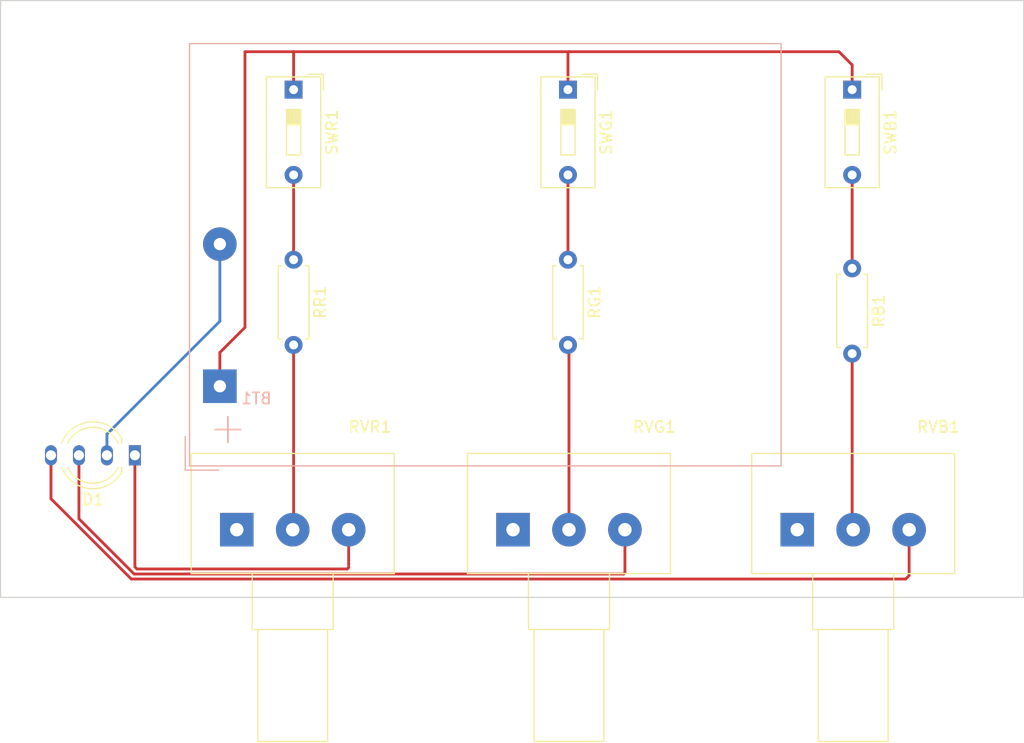
<source format=kicad_pcb>
(kicad_pcb (version 20240108) (generator "pcbnew") (generator_version "8.0")
  (layers (0 "F.Cu" signal) (31 "B.Cu" signal) (34 "B.Paste" user) (35 "F.Paste" user) (36 "B.SilkS" user "B.Silkscreen") (37 "F.SilkS" user "F.Silkscreen") (38 "B.Mask" user) (39 "F.Mask" user) (44 "Edge.Cuts" user))
  (net 0 "")
  (net 1 "Net-(BT1-Pad1)")
  (net 2 "GND")
  (net 3 "Net-(D1-Pad1)")
  (net 4 "Net-(D1-Pad2)")
  (net 5 "Net-(D1-Pad3)")
  (net 6 "Net-(RB1-Pad1)")
  (net 7 "Net-(RB1-Pad2)")
  (net 8 "Net-(RG1-Pad1)")
  (net 9 "Net-(RG1-Pad2)")
  (net 10 "Net-(RR1-Pad1)")
  (net 11 "Net-(RR1-Pad2)")
  (footprint "Resistor_THT:R_Axial_DIN0207_L6.3mm_D2.5mm_P7.62mm_Horizontal" (layer "F.Cu") (at 104.93 71.420004 -90)
    (property "Reference" "RR1" (at 3.81 -2.37 90) (layer "F.SilkS"))
    (property "Value" "120 Ohm")
    (fp_line (start 0.54 1.37) (end 7.08 1.37) (stroke (width 0.12)) (layer "F.SilkS"))
    (fp_line (start 7.08 1.37) (end 7.08 1.04) (stroke (width 0.12)) (layer "F.SilkS"))
    (fp_line (start 0.54 1.04) (end 0.54 1.37) (stroke (width 0.12)) (layer "F.SilkS"))
    (fp_line (start 0.54 -1.04) (end 0.54 -1.37) (stroke (width 0.12)) (layer "F.SilkS"))
    (fp_line (start 0.54 -1.37) (end 7.08 -1.37) (stroke (width 0.12)) (layer "F.SilkS"))
    (fp_line (start 7.08 -1.37) (end 7.08 -1.04) (stroke (width 0.12)) (layer "F.SilkS"))
    (pad "1" thru_hole circle (at 0 0 270) (size 1.6 1.6) (drill 0.8) (layers "*.Cu" "*.Mask") (net 10 "Net-(RR1-Pad1)"))
    (pad "2" thru_hole oval (at 7.62 0 270) (size 1.6 1.6) (drill 0.8) (layers "*.Cu" "*.Mask") (net 11 "Net-(RR1-Pad2)"))
  )
  (footprint "Potentiometer_THT:Potentiometer_Alps_RK163_Single_Horizontal" (layer "F.Cu") (at 149.94 95.55 90)
    (property "Reference" "RVB1" (at 9.19 12.62 180) (layer "F.SilkS"))
    (property "Value" "10k Ohm")
    (fp_line (start 6.82 -4.07) (end -3.92 -4.07) (stroke (width 0.12)) (layer "F.SilkS"))
    (fp_line (start -3.92 1.38) (end -8.92 1.38) (stroke (width 0.12)) (layer "F.SilkS"))
    (fp_line (start -8.92 1.88) (end -18.92 1.88) (stroke (width 0.12)) (layer "F.SilkS"))
    (fp_line (start -8.92 8.12) (end -18.92 8.12) (stroke (width 0.12)) (layer "F.SilkS"))
    (fp_line (start -18.92 8.12) (end -18.92 1.88) (stroke (width 0.12)) (layer "F.SilkS"))
    (fp_line (start -3.92 8.62) (end -8.92 8.62) (stroke (width 0.12)) (layer "F.SilkS"))
    (fp_line (start -8.92 8.62) (end -8.92 1.38) (stroke (width 0.12)) (layer "F.SilkS"))
    (fp_line (start 6.82 14.07) (end 6.82 -4.07) (stroke (width 0.12)) (layer "F.SilkS"))
    (fp_line (start 6.82 14.07) (end -3.92 14.07) (stroke (width 0.12)) (layer "F.SilkS"))
    (fp_line (start -3.92 14.07) (end -3.92 -4.07) (stroke (width 0.12)) (layer "F.SilkS"))
    (pad "1" thru_hole rect (at 0 0 270) (size 3 3) (drill 1.2) (layers "*.Cu" "*.Mask"))
    (pad "2" thru_hole circle (at 0 5 270) (size 3 3) (drill 1.2) (layers "*.Cu" "*.Mask") (net 7 "Net-(RB1-Pad2)"))
    (pad "3" thru_hole circle (at 0 10 270) (size 3 3) (drill 1.2) (layers "*.Cu" "*.Mask") (net 5 "Net-(D1-Pad3)"))
  )
  (footprint "Potentiometer_THT:Potentiometer_Alps_RK163_Single_Horizontal" (layer "F.Cu") (at 124.54 95.55 90)
    (property "Reference" "RVG1" (at 9.19 12.62 180) (layer "F.SilkS"))
    (property "Value" "10k Ohm")
    (fp_line (start 6.82 -4.07) (end -3.92 -4.07) (stroke (width 0.12)) (layer "F.SilkS"))
    (fp_line (start -3.92 1.38) (end -8.92 1.38) (stroke (width 0.12)) (layer "F.SilkS"))
    (fp_line (start -8.92 1.88) (end -18.92 1.88) (stroke (width 0.12)) (layer "F.SilkS"))
    (fp_line (start -8.92 8.12) (end -18.92 8.12) (stroke (width 0.12)) (layer "F.SilkS"))
    (fp_line (start -18.92 8.12) (end -18.92 1.88) (stroke (width 0.12)) (layer "F.SilkS"))
    (fp_line (start -3.92 8.62) (end -8.92 8.62) (stroke (width 0.12)) (layer "F.SilkS"))
    (fp_line (start -8.92 8.62) (end -8.92 1.38) (stroke (width 0.12)) (layer "F.SilkS"))
    (fp_line (start 6.82 14.07) (end 6.82 -4.07) (stroke (width 0.12)) (layer "F.SilkS"))
    (fp_line (start 6.82 14.07) (end -3.92 14.07) (stroke (width 0.12)) (layer "F.SilkS"))
    (fp_line (start -3.92 14.07) (end -3.92 -4.07) (stroke (width 0.12)) (layer "F.SilkS"))
    (pad "1" thru_hole rect (at 0 0 270) (size 3 3) (drill 1.2) (layers "*.Cu" "*.Mask"))
    (pad "2" thru_hole circle (at 0 5 270) (size 3 3) (drill 1.2) (layers "*.Cu" "*.Mask") (net 9 "Net-(RG1-Pad2)"))
    (pad "3" thru_hole circle (at 0 10 270) (size 3 3) (drill 1.2) (layers "*.Cu" "*.Mask") (net 4 "Net-(D1-Pad2)"))
  )
  (footprint "MountingHole:MountingHole_2.1mm" (layer "F.Cu") (at 167.64 50.8)
    (property "Reference" "REF**" (hide yes))
    (property "Value" "MountingHole_2.1mm" (hide yes))
    (pad "" np_thru_hole circle (at 0 0) (size 2.1 2.1) (drill 2.1) (layers "*.Cu" "*.Mask"))
  )
  (footprint "Leds:LED_D10.0mm-4_RGB" (layer "F.Cu") (at 88.9 88.9 180)
    (property "Reference" "D1" (at 1.905 -3.96 0) (layer "F.SilkS"))
    (property "Value" "LED_RGBK")
    (fp_line (start -0.655 1.08) (end -0.655 1.545) (stroke (width 0.12)) (layer "F.SilkS"))
    (fp_line (start -0.655 -1.545) (end -0.655 -1.08) (stroke (width 0.12)) (layer "F.SilkS"))
    (fp_arc (start 4.692815 1.080827) (mid 2.163456 2.978808) (end -0.655 1.54483) (stroke (width 0.12)) (layer "F.SilkS"))
    (fp_arc (start 4.159479 1.080429) (mid 1.904762 2.5) (end -0.349684 1.08) (stroke (width 0.12)) (layer "F.SilkS"))
    (fp_arc (start -0.349684 -1.08) (mid 1.904762 -2.5) (end 4.159479 -1.080429) (stroke (width 0.12)) (layer "F.SilkS"))
    (fp_arc (start -0.655 -1.54483) (mid 2.163456 -2.978809) (end 4.692815 -1.080827) (stroke (width 0.12)) (layer "F.SilkS"))
    (pad "1" thru_hole rect (at -1.845 0 180) (size 1.07 1.8) (drill 0.9) (layers "*.Cu" "*.Mask") (net 3 "Net-(D1-Pad1)"))
    (pad "2" thru_hole oval (at 0.655 0 180) (size 1.07 1.8) (drill 0.9) (layers "*.Cu" "*.Mask") (net 2 "GND"))
    (pad "3" thru_hole oval (at 3.155 0 180) (size 1.07 1.8) (drill 0.9) (layers "*.Cu" "*.Mask") (net 4 "Net-(D1-Pad2)"))
    (pad "4" thru_hole oval (at 5.655 0 180) (size 1.07 1.8) (drill 0.9) (layers "*.Cu" "*.Mask") (net 5 "Net-(D1-Pad3)"))
  )
  (footprint "Potentiometer_THT:Potentiometer_Alps_RK163_Single_Horizontal" (layer "F.Cu") (at 99.85 95.550004 90)
    (property "Reference" "RVR1" (at 9.190004 11.91 180) (layer "F.SilkS"))
    (property "Value" "10k Ohm")
    (fp_line (start 6.82 -4.07) (end -3.92 -4.07) (stroke (width 0.12)) (layer "F.SilkS"))
    (fp_line (start -3.92 1.38) (end -8.92 1.38) (stroke (width 0.12)) (layer "F.SilkS"))
    (fp_line (start -8.92 1.88) (end -18.92 1.88) (stroke (width 0.12)) (layer "F.SilkS"))
    (fp_line (start -8.92 8.12) (end -18.92 8.12) (stroke (width 0.12)) (layer "F.SilkS"))
    (fp_line (start -18.92 8.12) (end -18.92 1.88) (stroke (width 0.12)) (layer "F.SilkS"))
    (fp_line (start -3.92 8.62) (end -8.92 8.62) (stroke (width 0.12)) (layer "F.SilkS"))
    (fp_line (start -8.92 8.62) (end -8.92 1.38) (stroke (width 0.12)) (layer "F.SilkS"))
    (fp_line (start 6.82 14.07) (end 6.82 -4.07) (stroke (width 0.12)) (layer "F.SilkS"))
    (fp_line (start 6.82 14.07) (end -3.92 14.07) (stroke (width 0.12)) (layer "F.SilkS"))
    (fp_line (start -3.92 14.07) (end -3.92 -4.07) (stroke (width 0.12)) (layer "F.SilkS"))
    (pad "1" thru_hole rect (at 0 0 270) (size 3 3) (drill 1.2) (layers "*.Cu" "*.Mask"))
    (pad "2" thru_hole circle (at 0 5 270) (size 3 3) (drill 1.2) (layers "*.Cu" "*.Mask") (net 11 "Net-(RR1-Pad2)"))
    (pad "3" thru_hole circle (at 0 10 270) (size 3 3) (drill 1.2) (layers "*.Cu" "*.Mask") (net 3 "Net-(D1-Pad1)"))
  )
  (footprint "Button_Switch_THT:SW_DIP_SPSTx01_Slide_9.78x4.72mm_W7.62mm_P2.54mm" (layer "F.Cu") (at 154.85 56.222504 -90)
    (property "Reference" "SWB1" (at 3.81 -3.42 90) (layer "F.SilkS"))
    (property "Value" "SW_SPST")
    (fp_line (start -1.14 2.42) (end 8.76 2.42) (stroke (width 0.12)) (layer "F.SilkS"))
    (fp_line (start 1.78 0.635) (end 5.84 0.635) (stroke (width 0.12)) (layer "F.SilkS"))
    (fp_line (start 5.84 0.635) (end 5.84 -0.635) (stroke (width 0.12)) (layer "F.SilkS"))
    (fp_line (start 1.78 0.565) (end 3.133333 0.565) (stroke (width 0.12)) (layer "F.SilkS"))
    (fp_line (start 1.78 0.445) (end 3.133333 0.445) (stroke (width 0.12)) (layer "F.SilkS"))
    (fp_line (start 1.78 0.325) (end 3.133333 0.325) (stroke (width 0.12)) (layer "F.SilkS"))
    (fp_line (start 1.78 0.205) (end 3.133333 0.205) (stroke (width 0.12)) (layer "F.SilkS"))
    (fp_line (start 1.78 0.085) (end 3.133333 0.085) (stroke (width 0.12)) (layer "F.SilkS"))
    (fp_line (start 1.78 -0.035) (end 3.133333 -0.035) (stroke (width 0.12)) (layer "F.SilkS"))
    (fp_line (start 1.78 -0.155) (end 3.133333 -0.155) (stroke (width 0.12)) (layer "F.SilkS"))
    (fp_line (start 1.78 -0.275) (end 3.133333 -0.275) (stroke (width 0.12)) (layer "F.SilkS"))
    (fp_line (start 1.78 -0.395) (end 3.133333 -0.395) (stroke (width 0.12)) (layer "F.SilkS"))
    (fp_line (start 1.78 -0.515) (end 3.133333 -0.515) (stroke (width 0.12)) (layer "F.SilkS"))
    (fp_line (start 1.78 -0.635) (end 1.78 0.635) (stroke (width 0.12)) (layer "F.SilkS"))
    (fp_line (start 3.133333 -0.635) (end 3.133333 0.635) (stroke (width 0.12)) (layer "F.SilkS"))
    (fp_line (start 5.84 -0.635) (end 1.78 -0.635) (stroke (width 0.12)) (layer "F.SilkS"))
    (fp_line (start -1.14 -2.42) (end -1.14 2.42) (stroke (width 0.12)) (layer "F.SilkS"))
    (fp_line (start -1.14 -2.42) (end 8.76 -2.42) (stroke (width 0.12)) (layer "F.SilkS"))
    (fp_line (start 8.76 -2.42) (end 8.76 2.42) (stroke (width 0.12)) (layer "F.SilkS"))
    (fp_line (start -1.38 -2.66) (end -1.38 -1.277) (stroke (width 0.12)) (layer "F.SilkS"))
    (fp_line (start -1.38 -2.66) (end 0.004 -2.66) (stroke (width 0.12)) (layer "F.SilkS"))
    (pad "1" thru_hole rect (at 0 0 270) (size 1.6 1.6) (drill 0.8) (layers "*.Cu" "*.Mask") (net 1 "Net-(BT1-Pad1)"))
    (pad "2" thru_hole oval (at 7.62 0 270) (size 1.6 1.6) (drill 0.8) (layers "*.Cu" "*.Mask") (net 6 "Net-(RB1-Pad1)"))
  )
  (footprint "Button_Switch_THT:SW_DIP_SPSTx01_Slide_9.78x4.72mm_W7.62mm_P2.54mm" (layer "F.Cu") (at 129.45 56.222504 -90)
    (property "Reference" "SWG1" (at 3.81 -3.42 90) (layer "F.SilkS"))
    (property "Value" "SW_SPST")
    (fp_line (start -1.14 2.42) (end 8.76 2.42) (stroke (width 0.12)) (layer "F.SilkS"))
    (fp_line (start 1.78 0.635) (end 5.84 0.635) (stroke (width 0.12)) (layer "F.SilkS"))
    (fp_line (start 5.84 0.635) (end 5.84 -0.635) (stroke (width 0.12)) (layer "F.SilkS"))
    (fp_line (start 1.78 0.565) (end 3.133333 0.565) (stroke (width 0.12)) (layer "F.SilkS"))
    (fp_line (start 1.78 0.445) (end 3.133333 0.445) (stroke (width 0.12)) (layer "F.SilkS"))
    (fp_line (start 1.78 0.325) (end 3.133333 0.325) (stroke (width 0.12)) (layer "F.SilkS"))
    (fp_line (start 1.78 0.205) (end 3.133333 0.205) (stroke (width 0.12)) (layer "F.SilkS"))
    (fp_line (start 1.78 0.085) (end 3.133333 0.085) (stroke (width 0.12)) (layer "F.SilkS"))
    (fp_line (start 1.78 -0.035) (end 3.133333 -0.035) (stroke (width 0.12)) (layer "F.SilkS"))
    (fp_line (start 1.78 -0.155) (end 3.133333 -0.155) (stroke (width 0.12)) (layer "F.SilkS"))
    (fp_line (start 1.78 -0.275) (end 3.133333 -0.275) (stroke (width 0.12)) (layer "F.SilkS"))
    (fp_line (start 1.78 -0.395) (end 3.133333 -0.395) (stroke (width 0.12)) (layer "F.SilkS"))
    (fp_line (start 1.78 -0.515) (end 3.133333 -0.515) (stroke (width 0.12)) (layer "F.SilkS"))
    (fp_line (start 1.78 -0.635) (end 1.78 0.635) (stroke (width 0.12)) (layer "F.SilkS"))
    (fp_line (start 3.133333 -0.635) (end 3.133333 0.635) (stroke (width 0.12)) (layer "F.SilkS"))
    (fp_line (start 5.84 -0.635) (end 1.78 -0.635) (stroke (width 0.12)) (layer "F.SilkS"))
    (fp_line (start -1.14 -2.42) (end -1.14 2.42) (stroke (width 0.12)) (layer "F.SilkS"))
    (fp_line (start -1.14 -2.42) (end 8.76 -2.42) (stroke (width 0.12)) (layer "F.SilkS"))
    (fp_line (start 8.76 -2.42) (end 8.76 2.42) (stroke (width 0.12)) (layer "F.SilkS"))
    (fp_line (start -1.38 -2.66) (end -1.38 -1.277) (stroke (width 0.12)) (layer "F.SilkS"))
    (fp_line (start -1.38 -2.66) (end 0.004 -2.66) (stroke (width 0.12)) (layer "F.SilkS"))
    (pad "1" thru_hole rect (at 0 0 270) (size 1.6 1.6) (drill 0.8) (layers "*.Cu" "*.Mask") (net 1 "Net-(BT1-Pad1)"))
    (pad "2" thru_hole oval (at 7.62 0 270) (size 1.6 1.6) (drill 0.8) (layers "*.Cu" "*.Mask") (net 8 "Net-(RG1-Pad1)"))
  )
  (footprint "MountingHole:MountingHole_2.1mm" (layer "F.Cu") (at 81.28 50.8)
    (property "Reference" "REF**" (hide yes))
    (property "Value" "MountingHole_2.1mm" (hide yes))
    (pad "" np_thru_hole circle (at 0 0) (size 2.1 2.1) (drill 2.1) (layers "*.Cu" "*.Mask"))
  )
  (footprint "MountingHole:MountingHole_2.1mm" (layer "F.Cu") (at 81.28 99.06)
    (property "Reference" "REF**" (hide yes))
    (property "Value" "MountingHole_2.1mm" (hide yes))
    (pad "" np_thru_hole circle (at 0 0) (size 2.1 2.1) (drill 2.1) (layers "*.Cu" "*.Mask"))
  )
  (footprint "Button_Switch_THT:SW_DIP_SPSTx01_Slide_9.78x4.72mm_W7.62mm_P2.54mm" (layer "F.Cu") (at 104.93 56.222504 -90)
    (property "Reference" "SWR1" (at 3.81 -3.42 90) (layer "F.SilkS"))
    (property "Value" "SW_SPST")
    (fp_line (start -1.14 2.42) (end 8.76 2.42) (stroke (width 0.12)) (layer "F.SilkS"))
    (fp_line (start 1.78 0.635) (end 5.84 0.635) (stroke (width 0.12)) (layer "F.SilkS"))
    (fp_line (start 5.84 0.635) (end 5.84 -0.635) (stroke (width 0.12)) (layer "F.SilkS"))
    (fp_line (start 1.78 0.565) (end 3.133333 0.565) (stroke (width 0.12)) (layer "F.SilkS"))
    (fp_line (start 1.78 0.445) (end 3.133333 0.445) (stroke (width 0.12)) (layer "F.SilkS"))
    (fp_line (start 1.78 0.325) (end 3.133333 0.325) (stroke (width 0.12)) (layer "F.SilkS"))
    (fp_line (start 1.78 0.205) (end 3.133333 0.205) (stroke (width 0.12)) (layer "F.SilkS"))
    (fp_line (start 1.78 0.085) (end 3.133333 0.085) (stroke (width 0.12)) (layer "F.SilkS"))
    (fp_line (start 1.78 -0.035) (end 3.133333 -0.035) (stroke (width 0.12)) (layer "F.SilkS"))
    (fp_line (start 1.78 -0.155) (end 3.133333 -0.155) (stroke (width 0.12)) (layer "F.SilkS"))
    (fp_line (start 1.78 -0.275) (end 3.133333 -0.275) (stroke (width 0.12)) (layer "F.SilkS"))
    (fp_line (start 1.78 -0.395) (end 3.133333 -0.395) (stroke (width 0.12)) (layer "F.SilkS"))
    (fp_line (start 1.78 -0.515) (end 3.133333 -0.515) (stroke (width 0.12)) (layer "F.SilkS"))
    (fp_line (start 1.78 -0.635) (end 1.78 0.635) (stroke (width 0.12)) (layer "F.SilkS"))
    (fp_line (start 3.133333 -0.635) (end 3.133333 0.635) (stroke (width 0.12)) (layer "F.SilkS"))
    (fp_line (start 5.84 -0.635) (end 1.78 -0.635) (stroke (width 0.12)) (layer "F.SilkS"))
    (fp_line (start -1.14 -2.42) (end -1.14 2.42) (stroke (width 0.12)) (layer "F.SilkS"))
    (fp_line (start -1.14 -2.42) (end 8.76 -2.42) (stroke (width 0.12)) (layer "F.SilkS"))
    (fp_line (start 8.76 -2.42) (end 8.76 2.42) (stroke (width 0.12)) (layer "F.SilkS"))
    (fp_line (start -1.38 -2.66) (end -1.38 -1.277) (stroke (width 0.12)) (layer "F.SilkS"))
    (fp_line (start -1.38 -2.66) (end 0.004 -2.66) (stroke (width 0.12)) (layer "F.SilkS"))
    (pad "1" thru_hole rect (at 0 0 270) (size 1.6 1.6) (drill 0.8) (layers "*.Cu" "*.Mask") (net 1 "Net-(BT1-Pad1)"))
    (pad "2" thru_hole oval (at 7.62 0 270) (size 1.6 1.6) (drill 0.8) (layers "*.Cu" "*.Mask") (net 10 "Net-(RR1-Pad1)"))
  )
  (footprint "MountingHole:MountingHole_2.1mm" (layer "F.Cu") (at 167.64 99.06)
    (property "Reference" "REF**" (hide yes))
    (property "Value" "MountingHole_2.1mm" (hide yes))
    (pad "" np_thru_hole circle (at 0 0) (size 2.1 2.1) (drill 2.1) (layers "*.Cu" "*.Mask"))
  )
  (footprint "Resistor_THT:R_Axial_DIN0207_L6.3mm_D2.5mm_P7.62mm_Horizontal" (layer "F.Cu") (at 154.85 72.19417 -90)
    (property "Reference" "RB1" (at 3.81 -2.37 90) (layer "F.SilkS"))
    (property "Value" "68 Ohm")
    (fp_line (start 0.54 1.37) (end 7.08 1.37) (stroke (width 0.12)) (layer "F.SilkS"))
    (fp_line (start 7.08 1.37) (end 7.08 1.04) (stroke (width 0.12)) (layer "F.SilkS"))
    (fp_line (start 0.54 1.04) (end 0.54 1.37) (stroke (width 0.12)) (layer "F.SilkS"))
    (fp_line (start 0.54 -1.04) (end 0.54 -1.37) (stroke (width 0.12)) (layer "F.SilkS"))
    (fp_line (start 0.54 -1.37) (end 7.08 -1.37) (stroke (width 0.12)) (layer "F.SilkS"))
    (fp_line (start 7.08 -1.37) (end 7.08 -1.04) (stroke (width 0.12)) (layer "F.SilkS"))
    (pad "1" thru_hole circle (at 0 0 270) (size 1.6 1.6) (drill 0.8) (layers "*.Cu" "*.Mask") (net 6 "Net-(RB1-Pad1)"))
    (pad "2" thru_hole oval (at 7.62 0 270) (size 1.6 1.6) (drill 0.8) (layers "*.Cu" "*.Mask") (net 7 "Net-(RB1-Pad2)"))
  )
  (footprint "Resistor_THT:R_Axial_DIN0207_L6.3mm_D2.5mm_P7.62mm_Horizontal" (layer "F.Cu") (at 129.45 71.420004 -90)
    (property "Reference" "RG1" (at 3.81 -2.37 90) (layer "F.SilkS"))
    (property "Value" "100 Ohm")
    (fp_line (start 0.54 1.37) (end 7.08 1.37) (stroke (width 0.12)) (layer "F.SilkS"))
    (fp_line (start 7.08 1.37) (end 7.08 1.04) (stroke (width 0.12)) (layer "F.SilkS"))
    (fp_line (start 0.54 1.04) (end 0.54 1.37) (stroke (width 0.12)) (layer "F.SilkS"))
    (fp_line (start 0.54 -1.04) (end 0.54 -1.37) (stroke (width 0.12)) (layer "F.SilkS"))
    (fp_line (start 0.54 -1.37) (end 7.08 -1.37) (stroke (width 0.12)) (layer "F.SilkS"))
    (fp_line (start 7.08 -1.37) (end 7.08 -1.04) (stroke (width 0.12)) (layer "F.SilkS"))
    (pad "1" thru_hole circle (at 0 0 270) (size 1.6 1.6) (drill 0.8) (layers "*.Cu" "*.Mask") (net 8 "Net-(RG1-Pad1)"))
    (pad "2" thru_hole oval (at 7.62 0 270) (size 1.6 1.6) (drill 0.8) (layers "*.Cu" "*.Mask") (net 9 "Net-(RG1-Pad2)"))
  )
  (footprint "Battery:BatteryHolder_Keystone_2479_3xAAA" (layer "B.Cu") (at 98.3375 82.7275)
    (property "Reference" "BT1" (at 3.2625 1.0925 0) (layer "B.SilkS") (effects (justify mirror)))
    (property "Value" "4.5V")
    (fp_line (start -3.09 7.5) (end -3.09 4.5) (stroke (width 0.12)) (layer "B.SilkS"))
    (fp_line (start -2.71 -30.62) (end -2.71 7.12) (stroke (width 0.12)) (layer "B.SilkS"))
    (fp_line (start -0.09 7.5) (end -3.09 7.5) (stroke (width 0.12)) (layer "B.SilkS"))
    (fp_line (start 50.16 -30.62) (end -2.71 -30.62) (stroke (width 0.12)) (layer "B.SilkS"))
    (fp_line (start 50.16 -30.62) (end 50.16 7.12) (stroke (width 0.12)) (layer "B.SilkS"))
    (fp_line (start 50.16 7.12) (end -2.71 7.12) (stroke (width 0.12)) (layer "B.SilkS"))
    (fp_text user "+" (at 0.7225 3.6325 0) (layer "B.SilkS") (effects (font (size 3 3)) (justify mirror)))
    (pad "" np_thru_hole circle (at 23.72 -23.5) (size 3.45 3.45) (drill 3.45) (layers "*.Cu" "*.Mask"))
    (pad "" np_thru_hole circle (at 23.72 0) (size 3.45 3.45) (drill 3.45) (layers "*.Cu" "*.Mask"))
    (pad "1" thru_hole rect (at 0 0) (size 3 3) (drill 1.1) (layers "*.Cu" "*.Mask") (net 1 "Net-(BT1-Pad1)"))
    (pad "2" thru_hole circle (at 0 -12.7) (size 3 3) (drill 1.1) (layers "*.Cu" "*.Mask") (net 2 "GND"))
  )
  (gr_line (start 170.18 101.6) (end 165.1 101.6) (stroke (width 0.1)) (layer "Edge.Cuts"))
  (gr_line (start 78.74 101.6) (end 165.1 101.6) (stroke (width 0.1)) (layer "Edge.Cuts"))
  (gr_line (start 170.18 101.6) (end 170.18 48.26) (stroke (width 0.1)) (layer "Edge.Cuts"))
  (gr_line (start 165.1 48.26) (end 170.18 48.26) (stroke (width 0.1)) (layer "Edge.Cuts"))
  (gr_line (start 165.1 48.26) (end 78.74 48.26) (stroke (width 0.1)) (layer "Edge.Cuts"))
  (gr_line (start 78.74 48.26) (end 78.74 101.6) (stroke (width 0.1)) (layer "Edge.Cuts"))
  (segment (start 129.45 52.922) (end 129.54 52.832) (width 0.25) (layer "F.Cu") (net 1))
  (segment (start 104.93 52.86) (end 104.902 52.832) (width 0.25) (layer "F.Cu") (net 1))
  (segment (start 104.902 52.832) (end 129.54 52.832) (width 0.25) (layer "F.Cu") (net 1))
  (segment (start 100.584 77.47) (end 100.584 52.832) (width 0.25) (layer "F.Cu") (net 1))
  (segment (start 104.93 56.222504) (end 104.93 52.86) (width 0.25) (layer "F.Cu") (net 1))
  (segment (start 129.45 56.222504) (end 129.45 52.922) (width 0.25) (layer "F.Cu") (net 1))
  (segment (start 98.3375 79.7165) (end 100.584 77.47) (width 0.25) (layer "F.Cu") (net 1))
  (segment (start 154.85 54.012) (end 154.85 56.222504) (width 0.25) (layer "F.Cu") (net 1))
  (segment (start 98.3375 82.7275) (end 98.3375 79.7165) (width 0.25) (layer "F.Cu") (net 1))
  (segment (start 129.54 52.832) (end 153.67 52.832) (width 0.25) (layer "F.Cu") (net 1))
  (segment (start 153.67 52.832) (end 154.85 54.012) (width 0.25) (layer "F.Cu") (net 1))
  (segment (start 100.584 52.832) (end 104.902 52.832) (width 0.25) (layer "F.Cu") (net 1))
  (segment (start 98.3375 82.7275) (end 98.3375 82.0025) (width 0.25) (layer "B.Cu") (net 1))
  (segment (start 88.245 87.015) (end 98.3375 76.9225) (width 0.25) (layer "B.Cu") (net 2))
  (segment (start 88.245 88.9) (end 88.245 87.015) (width 0.25) (layer "B.Cu") (net 2))
  (segment (start 98.3375 76.9225) (end 98.3375 70.0275) (width 0.25) (layer "B.Cu") (net 2))
  (segment (start 90.745 98.873) (end 90.932 99.06) (width 0.25) (layer "F.Cu") (net 3))
  (segment (start 109.85 98.938) (end 109.85 95.550004) (width 0.25) (layer "F.Cu") (net 3))
  (segment (start 90.745 88.9) (end 90.745 98.873) (width 0.25) (layer "F.Cu") (net 3))
  (segment (start 109.728 99.06) (end 109.85 98.938) (width 0.25) (layer "F.Cu") (net 3))
  (segment (start 90.932 99.06) (end 109.728 99.06) (width 0.25) (layer "F.Cu") (net 3))
  (segment (start 134.424 99.51) (end 90.678 99.51) (width 0.25) (layer "F.Cu") (net 4))
  (segment (start 134.54 99.394) (end 134.424 99.51) (width 0.25) (layer "F.Cu") (net 4))
  (segment (start 90.678 99.51) (end 85.745 94.577) (width 0.25) (layer "F.Cu") (net 4))
  (segment (start 85.745 94.577) (end 85.745 88.9) (width 0.25) (layer "F.Cu") (net 4))
  (segment (start 134.54 95.55) (end 134.54 99.394) (width 0.25) (layer "F.Cu") (net 4))
  (segment (start 90.424 99.96) (end 83.245 92.781) (width 0.25) (layer "F.Cu") (net 5))
  (segment (start 159.94 99.648) (end 159.628 99.96) (width 0.25) (layer "F.Cu") (net 5))
  (segment (start 159.94 95.55) (end 159.94 99.648) (width 0.25) (layer "F.Cu") (net 5))
  (segment (start 159.628 99.96) (end 90.424 99.96) (width 0.25) (layer "F.Cu") (net 5))
  (segment (start 83.245 92.781) (end 83.245 88.9) (width 0.25) (layer "F.Cu") (net 5))
  (segment (start 154.85 72.19417) (end 154.85 63.842504) (width 0.25) (layer "F.Cu") (net 6))
  (segment (start 154.85 95.46) (end 154.94 95.55) (width 0.25) (layer "F.Cu") (net 7))
  (segment (start 154.85 79.81417) (end 154.85 95.46) (width 0.25) (layer "F.Cu") (net 7))
  (segment (start 129.45 71.420004) (end 129.45 63.842504) (width 0.25) (layer "F.Cu") (net 8))
  (segment (start 129.54 79.130004) (end 129.45 79.040004) (width 0.25) (layer "F.Cu") (net 9))
  (segment (start 129.54 95.55) (end 129.54 79.130004) (width 0.25) (layer "F.Cu") (net 9))
  (segment (start 104.93 63.842504) (end 104.93 71.420004) (width 0.25) (layer "F.Cu") (net 10))
  (segment (start 104.93 79.040004) (end 104.93 95.470004) (width 0.25) (layer "F.Cu") (net 11))
  (segment (start 104.93 95.470004) (end 104.85 95.550004) (width 0.25) (layer "F.Cu") (net 11))
)
</source>
